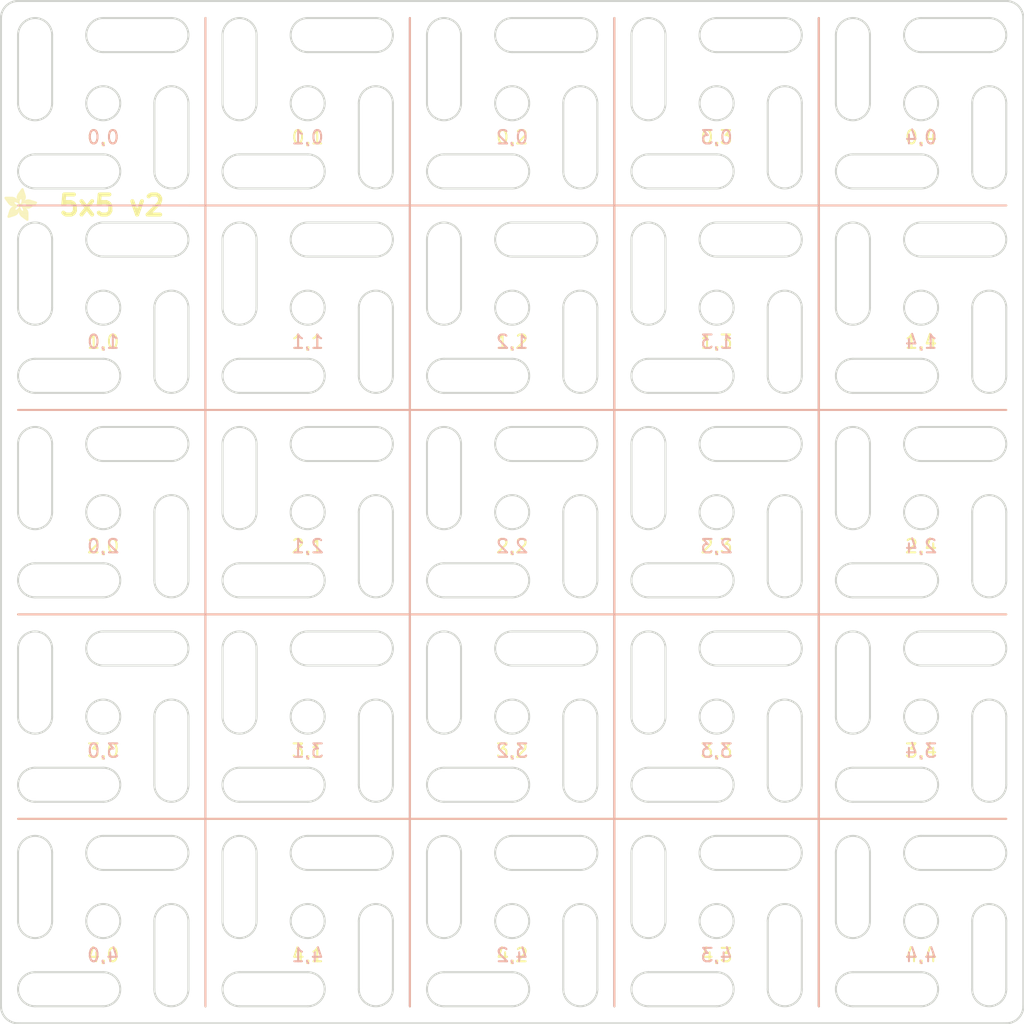
<source format=kicad_pcb>
(kicad_pcb (version 20221018) (generator pcbnew)
  (layers (0 "F.Cu" signal) (31 "B.Cu" signal) (34 "B.Paste" user) (35 "F.Paste" user) (36 "B.SilkS" user "B.Silkscreen") (37 "F.SilkS" user "F.Silkscreen") (38 "B.Mask" user) (39 "F.Mask" user) (44 "Edge.Cuts" user))
  (net 0 "")
  (footprint "ADAFRUIT_2.5MM" (layer "F.Cu") (at 25.654 41.783)
    (fp_text reference "U$4" hide)
    (fp_text value "" hide)
  )
  (gr_line (start 40.64 26.67) (end 40.64 100.33) (stroke (width 0.15)) (layer "F.Cu"))
  (gr_line (start 55.88 26.67) (end 55.88 100.33) (stroke (width 0.15)) (layer "F.Cu"))
  (gr_line (start 86.36 26.67) (end 86.36 100.33) (stroke (width 0.15)) (layer "F.Cu"))
  (gr_line (start 71.119999 26.67) (end 71.119999 100.33) (stroke (width 0.15)) (layer "F.Cu"))
  (gr_line (start 71.119999 26.67) (end 71.119999 100.33) (stroke (width 0.15)) (layer "B.Cu"))
  (gr_line (start 55.88 26.67) (end 55.88 100.33) (stroke (width 0.15)) (layer "B.Cu"))
  (gr_line (start 86.36 26.67) (end 86.36 100.33) (stroke (width 0.15)) (layer "B.Cu"))
  (gr_line (start 40.64 26.67) (end 40.64 100.33) (stroke (width 0.15)) (layer "B.Cu"))
  (gr_line (start 71.119999 26.67) (end 71.119999 100.33) (stroke (width 0.15)) (layer "B.SilkS"))
  (gr_line (start 55.88 26.67) (end 55.88 100.33) (stroke (width 0.15)) (layer "B.SilkS"))
  (gr_line (start 86.36 26.67) (end 86.36 100.33) (stroke (width 0.15)) (layer "B.SilkS"))
  (gr_line (start 40.64 26.67) (end 40.64 100.33) (stroke (width 0.15)) (layer "B.SilkS"))
  (gr_line (start 26.67 86.36) (end 100.33 86.36) (stroke (width 0.15)) (layer "B.SilkS"))
  (gr_line (start 26.67 55.88) (end 100.33 55.88) (stroke (width 0.15)) (layer "B.SilkS"))
  (gr_line (start 26.67 71.119999) (end 100.33 71.119999) (stroke (width 0.15)) (layer "B.SilkS"))
  (gr_line (start 26.67 40.64) (end 100.33 40.64) (stroke (width 0.15)) (layer "B.SilkS"))
  (gr_line (start 39.37 40.64) (end 100.33 40.64) (stroke (width 0.15)) (layer "F.SilkS"))
  (gr_line (start 26.67 55.88) (end 100.33 55.88) (stroke (width 0.15)) (layer "F.SilkS"))
  (gr_line (start 26.67 86.36) (end 100.33 86.36) (stroke (width 0.15)) (layer "F.SilkS"))
  (gr_line (start 86.36 26.67) (end 86.36 100.33) (stroke (width 0.15)) (layer "F.SilkS"))
  (gr_line (start 40.64 26.67) (end 40.64 100.33) (stroke (width 0.15)) (layer "F.SilkS"))
  (gr_line (start 71.119999 26.67) (end 71.119999 100.33) (stroke (width 0.15)) (layer "F.SilkS"))
  (gr_line (start 26.67 71.119999) (end 100.33 71.119999) (stroke (width 0.15)) (layer "F.SilkS"))
  (gr_line (start 55.88 26.67) (end 55.88 100.33) (stroke (width 0.15)) (layer "F.SilkS"))
  (gr_arc (start 73.66 54.61) (mid 72.39 53.34) (end 73.66 52.07) (stroke (width 0.15)) (layer "Edge.Cuts"))
  (gr_arc (start 36.83 48.26) (mid 38.1 46.99) (end 39.37 48.26) (stroke (width 0.15)) (layer "Edge.Cuts"))
  (gr_line (start 33.02 74.93) (end 38.1 74.93) (stroke (width 0.15)) (layer "Edge.Cuts"))
  (gr_line (start 78.74 90.17) (end 83.82 90.17) (stroke (width 0.15)) (layer "Edge.Cuts"))
  (gr_arc (start 88.9 39.37) (mid 87.63 38.1) (end 88.9 36.83) (stroke (width 0.15)) (layer "Edge.Cuts"))
  (gr_arc (start 53.34 72.39) (mid 54.61 73.66) (end 53.34 74.93) (stroke (width 0.15)) (layer "Edge.Cuts"))
  (gr_line (start 54.61 78.74) (end 54.61 83.82) (stroke (width 0.15)) (layer "Edge.Cuts"))
  (gr_line (start 67.31 33.02) (end 67.31 38.1) (stroke (width 0.15)) (layer "Edge.Cuts"))
  (gr_arc (start 33.02 29.21) (mid 31.75 27.94) (end 33.02 26.67) (stroke (width 0.15)) (layer "Edge.Cuts"))
  (gr_arc (start 93.98 97.79) (mid 95.25 99.06) (end 93.98 100.33) (stroke (width 0.15)) (layer "Edge.Cuts"))
  (gr_line (start 74.93 43.18) (end 74.93 48.26) (stroke (width 0.15)) (layer "Edge.Cuts"))
  (gr_line (start 88.9 82.55) (end 93.98 82.55) (stroke (width 0.15)) (layer "Edge.Cuts"))
  (gr_line (start 48.26 87.63) (end 53.34 87.63) (stroke (width 0.15)) (layer "Edge.Cuts"))
  (gr_line (start 48.26 74.93) (end 53.34 74.93) (stroke (width 0.15)) (layer "Edge.Cuts"))
  (gr_line (start 74.93 27.94) (end 74.93 33.02) (stroke (width 0.15)) (layer "Edge.Cuts"))
  (gr_line (start 97.79 93.98) (end 97.79 99.06) (stroke (width 0.15)) (layer "Edge.Cuts"))
  (gr_arc (start 63.5 82.55) (mid 64.77 83.82) (end 63.5 85.09) (stroke (width 0.15)) (layer "Edge.Cuts"))
  (gr_arc (start 78.74 31.75) (mid 78.74 34.29) (end 78.74 31.75) (stroke (width 0.15)) (layer "Edge.Cuts"))
  (gr_arc (start 27.94 100.33) (mid 26.67 99.06) (end 27.94 97.79) (stroke (width 0.15)) (layer "Edge.Cuts"))
  (gr_line (start 52.07 48.26) (end 52.07 53.34) (stroke (width 0.15)) (layer "Edge.Cuts"))
  (gr_line (start 90.17 43.18) (end 90.17 48.26) (stroke (width 0.15)) (layer "Edge.Cuts"))
  (gr_arc (start 58.42 69.85) (mid 57.15 68.58) (end 58.42 67.31) (stroke (width 0.15)) (layer "Edge.Cuts"))
  (gr_arc (start 58.42 100.33) (mid 57.15 99.06) (end 58.42 97.79) (stroke (width 0.15)) (layer "Edge.Cuts"))
  (gr_line (start 88.9 85.09) (end 93.98 85.09) (stroke (width 0.15)) (layer "Edge.Cuts"))
  (gr_arc (start 33.02 97.79) (mid 34.29 99.06) (end 33.02 100.33) (stroke (width 0.15)) (layer "Edge.Cuts"))
  (gr_line (start 63.5 90.17) (end 68.58 90.17) (stroke (width 0.15)) (layer "Edge.Cuts"))
  (gr_line (start 63.5 29.21) (end 68.58 29.21) (stroke (width 0.15)) (layer "Edge.Cuts"))
  (gr_line (start 101.6 26.67) (end 101.6 100.33) (stroke (width 0.15)) (layer "Edge.Cuts"))
  (gr_arc (start 73.66 69.85) (mid 72.39 68.58) (end 73.66 67.31) (stroke (width 0.15)) (layer "Edge.Cuts"))
  (gr_arc (start 87.63 27.94) (mid 88.9 26.67) (end 90.17 27.94) (stroke (width 0.15)) (layer "Edge.Cuts"))
  (gr_line (start 63.5 26.67) (end 68.58 26.67) (stroke (width 0.15)) (layer "Edge.Cuts"))
  (gr_arc (start 48.26 62.23) (mid 48.26 64.77) (end 48.26 62.23) (stroke (width 0.15)) (layer "Edge.Cuts"))
  (gr_line (start 88.9 39.37) (end 93.98 39.37) (stroke (width 0.15)) (layer "Edge.Cuts"))
  (gr_line (start 27.94 52.07) (end 33.02 52.07) (stroke (width 0.15)) (layer "Edge.Cuts"))
  (gr_arc (start 78.74 67.31) (mid 80.01 68.58) (end 78.74 69.85) (stroke (width 0.15)) (layer "Edge.Cuts"))
  (gr_arc (start 97.79 33.02) (mid 99.06 31.75) (end 100.33 33.02) (stroke (width 0.15)) (layer "Edge.Cuts"))
  (gr_arc (start 88.9 69.85) (mid 87.63 68.58) (end 88.9 67.31) (stroke (width 0.15)) (layer "Edge.Cuts"))
  (gr_line (start 27.94 67.31) (end 33.02 67.31) (stroke (width 0.15)) (layer "Edge.Cuts"))
  (gr_line (start 78.74 87.63) (end 83.82 87.63) (stroke (width 0.15)) (layer "Edge.Cuts"))
  (gr_arc (start 100.33 83.82) (mid 99.06 85.09) (end 97.79 83.82) (stroke (width 0.15)) (layer "Edge.Cuts"))
  (gr_arc (start 44.45 78.74) (mid 43.18 80.01) (end 41.91 78.74) (stroke (width 0.15)) (layer "Edge.Cuts"))
  (gr_line (start 97.79 33.02) (end 97.79 38.1) (stroke (width 0.15)) (layer "Edge.Cuts"))
  (gr_line (start 43.18 36.83) (end 48.26 36.83) (stroke (width 0.15)) (layer "Edge.Cuts"))
  (gr_arc (start 29.21 93.98) (mid 27.94 95.25) (end 26.67 93.98) (stroke (width 0.15)) (layer "Edge.Cuts"))
  (gr_arc (start 54.61 38.1) (mid 53.34 39.37) (end 52.07 38.1) (stroke (width 0.15)) (layer "Edge.Cuts"))
  (gr_line (start 63.5 87.63) (end 68.58 87.63) (stroke (width 0.15)) (layer "Edge.Cuts"))
  (gr_arc (start 26.67 58.42) (mid 27.94 57.15) (end 29.21 58.42) (stroke (width 0.15)) (layer "Edge.Cuts"))
  (gr_line (start 39.37 93.98) (end 39.37 99.06) (stroke (width 0.15)) (layer "Edge.Cuts"))
  (gr_arc (start 82.55 48.26) (mid 83.82 46.99) (end 85.09 48.26) (stroke (width 0.15)) (layer "Edge.Cuts"))
  (gr_arc (start 72.39 27.94) (mid 73.66 26.67) (end 74.93 27.94) (stroke (width 0.15)) (layer "Edge.Cuts"))
  (gr_arc (start 85.089999 68.58) (mid 83.82 69.849999) (end 82.550001 68.58) (stroke (width 0.15)) (layer "Edge.Cuts"))
  (gr_arc (start 78.74 90.17) (mid 77.47 88.9) (end 78.74 87.63) (stroke (width 0.15)) (layer "Edge.Cuts"))
  (gr_arc (start 99.06 26.67) (mid 100.33 27.94) (end 99.06 29.21) (stroke (width 0.15)) (layer "Edge.Cuts"))
  (gr_arc (start 43.18 54.61) (mid 41.91 53.34) (end 43.18 52.07) (stroke (width 0.15)) (layer "Edge.Cuts"))
  (gr_line (start 87.63 73.66) (end 87.63 78.74) (stroke (width 0.15)) (layer "Edge.Cuts"))
  (gr_arc (start 88.9 100.33) (mid 87.63 99.06) (end 88.9 97.79) (stroke (width 0.15)) (layer "Edge.Cuts"))
  (gr_line (start 59.69 73.66) (end 59.69 78.74) (stroke (width 0.15)) (layer "Edge.Cuts"))
  (gr_arc (start 63.5 46.989999) (mid 63.5 49.530001) (end 63.5 46.989999) (stroke (width 0.15)) (layer "Edge.Cuts"))
  (gr_line (start 25.4 26.67) (end 25.4 100.33) (stroke (width 0.15)) (layer "Edge.Cuts"))
  (gr_arc (start 63.5 59.69) (mid 62.23 58.42) (end 63.5 57.15) (stroke (width 0.15)) (layer "Edge.Cuts"))
  (gr_line (start 27.94 97.79) (end 33.02 97.79) (stroke (width 0.15)) (layer "Edge.Cuts"))
  (gr_arc (start 78.74 74.93) (mid 77.47 73.66) (end 78.74 72.39) (stroke (width 0.15)) (layer "Edge.Cuts"))
  (gr_line (start 78.74 57.15) (end 83.82 57.15) (stroke (width 0.15)) (layer "Edge.Cuts"))
  (gr_arc (start 43.18 39.37) (mid 41.91 38.1) (end 43.18 36.83) (stroke (width 0.15)) (layer "Edge.Cuts"))
  (gr_arc (start 26.67 73.66) (mid 27.94 72.39) (end 29.21 73.66) (stroke (width 0.15)) (layer "Edge.Cuts"))
  (gr_line (start 69.85 78.74) (end 69.85 83.82) (stroke (width 0.15)) (layer "Edge.Cuts"))
  (gr_arc (start 48.26 29.21) (mid 46.99 27.94) (end 48.26 26.67) (stroke (width 0.15)) (layer "Edge.Cuts"))
  (gr_arc (start 48.26 67.31) (mid 49.53 68.58) (end 48.26 69.85) (stroke (width 0.15)) (layer "Edge.Cuts"))
  (gr_line (start 48.26 29.21) (end 53.34 29.21) (stroke (width 0.15)) (layer "Edge.Cuts"))
  (gr_line (start 39.37 48.26) (end 39.37 53.34) (stroke (width 0.15)) (layer "Edge.Cuts"))
  (gr_line (start 85.09 93.98) (end 85.09 99.06) (stroke (width 0.15)) (layer "Edge.Cuts"))
  (gr_line (start 48.26 44.45) (end 53.34 44.45) (stroke (width 0.15)) (layer "Edge.Cuts"))
  (gr_line (start 29.21 58.42) (end 29.21 63.5) (stroke (width 0.15)) (layer "Edge.Cuts"))
  (gr_arc (start 74.93 93.98) (mid 73.66 95.25) (end 72.39 93.98) (stroke (width 0.15)) (layer "Edge.Cuts"))
  (gr_line (start 52.07 93.98) (end 52.07 99.06) (stroke (width 0.15)) (layer "Edge.Cuts"))
  (gr_line (start 78.74 44.45) (end 83.82 44.45) (stroke (width 0.15)) (layer "Edge.Cuts"))
  (gr_line (start 73.66 54.61) (end 78.74 54.61) (stroke (width 0.15)) (layer "Edge.Cuts"))
  (gr_arc (start 78.74 62.23) (mid 78.74 64.77) (end 78.74 62.23) (stroke (width 0.15)) (layer "Edge.Cuts"))
  (gr_arc (start 85.089999 38.1) (mid 83.82 39.369999) (end 82.550001 38.1) (stroke (width 0.15)) (layer "Edge.Cuts"))
  (gr_line (start 29.21 43.18) (end 29.21 48.26) (stroke (width 0.15)) (layer "Edge.Cuts"))
  (gr_arc (start 72.39 43.18) (mid 73.66 41.91) (end 74.93 43.18) (stroke (width 0.15)) (layer "Edge.Cuts"))
  (gr_arc (start 54.61 99.06) (mid 53.34 100.33) (end 52.07 99.06) (stroke (width 0.15)) (layer "Edge.Cuts"))
  (gr_arc (start 83.82 72.39) (mid 85.09 73.66) (end 83.82 74.93) (stroke (width 0.15)) (layer "Edge.Cuts"))
  (gr_arc (start 87.63 43.18) (mid 88.9 41.91) (end 90.17 43.18) (stroke (width 0.15)) (layer "Edge.Cuts"))
  (gr_arc (start 38.1 72.39) (mid 39.37 73.66) (end 38.1 74.93) (stroke (width 0.15)) (layer "Edge.Cuts"))
  (gr_arc (start 83.82 57.15) (mid 85.09 58.42) (end 83.82 59.69) (stroke (width 0.15)) (layer "Edge.Cuts"))
  (gr_line (start 73.66 97.79) (end 78.74 97.79) (stroke (width 0.15)) (layer "Edge.Cuts"))
  (gr_arc (start 78.74 36.83) (mid 80.01 38.1) (end 78.74 39.37) (stroke (width 0.15)) (layer "Edge.Cuts"))
  (gr_line (start 85.09 48.26) (end 85.09 53.34) (stroke (width 0.15)) (layer "Edge.Cuts"))
  (gr_arc (start 41.91 27.94) (mid 43.18 26.67) (end 44.45 27.94) (stroke (width 0.15)) (layer "Edge.Cuts"))
  (gr_arc (start 63.5 97.79) (mid 64.77 99.06) (end 63.5 100.33) (stroke (width 0.15)) (layer "Edge.Cuts"))
  (gr_line (start 33.02 41.91) (end 38.1 41.91) (stroke (width 0.15)) (layer "Edge.Cuts"))
  (gr_line (start 54.61 63.5) (end 54.61 68.58) (stroke (width 0.15)) (layer "Edge.Cuts"))
  (gr_line (start 26.67 58.42) (end 26.67 63.5) (stroke (width 0.15)) (layer "Edge.Cuts"))
  (gr_arc (start 36.83 93.98) (mid 38.1 92.71) (end 39.37 93.98) (stroke (width 0.15)) (layer "Edge.Cuts"))
  (gr_arc (start 68.58 41.91) (mid 69.85 43.18) (end 68.58 44.45) (stroke (width 0.15)) (layer "Edge.Cuts"))
  (gr_line (start 90.17 73.66) (end 90.17 78.74) (stroke (width 0.15)) (layer "Edge.Cuts"))
  (gr_arc (start 52.07 78.74) (mid 53.34 77.47) (end 54.61 78.74) (stroke (width 0.15)) (layer "Edge.Cuts"))
  (gr_line (start 41.91 27.94) (end 41.91 33.02) (stroke (width 0.15)) (layer "Edge.Cuts"))
  (gr_arc (start 52.07 33.02) (mid 53.34 31.75) (end 54.61 33.02) (stroke (width 0.15)) (layer "Edge.Cuts"))
  (gr_line (start 27.94 39.37) (end 33.02 39.37) (stroke (width 0.15)) (layer "Edge.Cuts"))
  (gr_line (start 85.09 33.02) (end 85.09 38.1) (stroke (width 0.15)) (layer "Edge.Cuts"))
  (gr_line (start 69.85 63.5) (end 69.85 68.58) (stroke (width 0.15)) (layer "Edge.Cuts"))
  (gr_line (start 93.98 90.17) (end 99.06 90.17) (stroke (width 0.15)) (layer "Edge.Cuts"))
  (gr_arc (start 33.02 77.47) (mid 33.02 80.01) (end 33.02 77.47) (stroke (width 0.15)) (layer "Edge.Cuts"))
  (gr_line (start 27.94 69.85) (end 33.02 69.85) (stroke (width 0.15)) (layer "Edge.Cuts"))
  (gr_line (start 93.98 59.69) (end 99.06 59.69) (stroke (width 0.15)) (layer "Edge.Cuts"))
  (gr_line (start 72.39 58.42) (end 72.39 63.5) (stroke (width 0.15)) (layer "Edge.Cuts"))
  (gr_line (start 43.18 82.55) (end 48.26 82.55) (stroke (width 0.15)) (layer "Edge.Cuts"))
  (gr_arc (start 87.63 58.42) (mid 88.9 57.15) (end 90.17 58.42) (stroke (width 0.15)) (layer "Edge.Cuts"))
  (gr_line (start 82.55 78.74) (end 82.55 83.82) (stroke (width 0.15)) (layer "Edge.Cuts"))
  (gr_arc (start 88.9 85.089999) (mid 87.630001 83.82) (end 88.9 82.550001) (stroke (width 0.15)) (layer "Edge.Cuts"))
  (gr_line (start 58.42 36.83) (end 63.5 36.83) (stroke (width 0.15)) (layer "Edge.Cuts"))
  (gr_line (start 74.93 73.66) (end 74.93 78.74) (stroke (width 0.15)) (layer "Edge.Cuts"))
  (gr_line (start 52.07 63.5) (end 52.07 68.58) (stroke (width 0.15)) (layer "Edge.Cuts"))
  (gr_line (start 59.69 88.9) (end 59.69 93.98) (stroke (width 0.15)) (layer "Edge.Cuts"))
  (gr_arc (start 93.98 74.93) (mid 92.71 73.66) (end 93.98 72.39) (stroke (width 0.15)) (layer "Edge.Cuts"))
  (gr_line (start 44.45 27.94) (end 44.45 33.02) (stroke (width 0.15)) (layer "Edge.Cuts"))
  (gr_line (start 36.83 48.26) (end 36.83 53.34) (stroke (width 0.15)) (layer "Edge.Cuts"))
  (gr_line (start 67.31 48.26) (end 67.31 53.34) (stroke (width 0.15)) (layer "Edge.Cuts"))
  (gr_arc (start 97.79 93.98) (mid 99.06 92.71) (end 100.33 93.98) (stroke (width 0.15)) (layer "Edge.Cuts"))
  (gr_arc (start 33.02 62.23) (mid 33.02 64.77) (end 33.02 62.23) (stroke (width 0.15)) (layer "Edge.Cuts"))
  (gr_line (start 44.45 73.66) (end 44.45 78.74) (stroke (width 0.15)) (layer "Edge.Cuts"))
  (gr_line (start 36.83 33.02) (end 36.83 38.1) (stroke (width 0.15)) (layer "Edge.Cuts"))
  (gr_line (start 58.42 69.85) (end 63.5 69.85) (stroke (width 0.15)) (layer "Edge.Cuts"))
  (gr_arc (start 33.02 82.55) (mid 34.29 83.82) (end 33.02 85.09) (stroke (width 0.15)) (layer "Edge.Cuts"))
  (gr_arc (start 43.18 100.33) (mid 41.91 99.06) (end 43.18 97.79) (stroke (width 0.15)) (layer "Edge.Cuts"))
  (gr_arc (start 33.02 74.93) (mid 31.75 73.66) (end 33.02 72.39) (stroke (width 0.15)) (layer "Edge.Cuts"))
  (gr_arc (start 69.85 68.58) (mid 68.58 69.85) (end 67.31 68.58) (stroke (width 0.15)) (layer "Edge.Cuts"))
  (gr_line (start 43.18 97.79) (end 48.26 97.79) (stroke (width 0.15)) (layer "Edge.Cuts"))
  (gr_line (start 74.93 88.9) (end 74.93 93.98) (stroke (width 0.15)) (layer "Edge.Cuts"))
  (gr_arc (start 78.74 97.79) (mid 80.01 99.06) (end 78.74 100.33) (stroke (width 0.15)) (layer "Edge.Cuts"))
  (gr_arc (start 29.21 48.26) (mid 27.94 49.53) (end 26.67 48.26) (stroke (width 0.15)) (layer "Edge.Cuts"))
  (gr_line (start 85.09 63.5) (end 85.09 68.58) (stroke (width 0.15)) (layer "Edge.Cuts"))
  (gr_arc (start 93.98 77.47) (mid 93.98 80.01) (end 93.98 77.47) (stroke (width 0.15)) (layer "Edge.Cuts"))
  (gr_arc (start 36.83 63.5) (mid 38.1 62.23) (end 39.37 63.5) (stroke (width 0.15)) (layer "Edge.Cuts"))
  (gr_line (start 90.17 88.9) (end 90.17 93.98) (stroke (width 0.15)) (layer "Edge.Cuts"))
  (gr_line (start 57.15 43.18) (end 57.15 48.26) (stroke (width 0.15)) (layer "Edge.Cuts"))
  (gr_arc (start 41.91 88.9) (mid 43.18 87.63) (end 44.45 88.9) (stroke (width 0.15)) (layer "Edge.Cuts"))
  (gr_line (start 58.42 100.33) (end 63.5 100.33) (stroke (width 0.15)) (layer "Edge.Cuts"))
  (gr_arc (start 63.5 36.83) (mid 64.77 38.1) (end 63.5 39.37) (stroke (width 0.15)) (layer "Edge.Cuts"))
  (gr_line (start 58.42 52.07) (end 63.5 52.07) (stroke (width 0.15)) (layer "Edge.Cuts"))
  (gr_arc (start 97.79 63.5) (mid 99.06 62.23) (end 100.33 63.5) (stroke (width 0.15)) (layer "Edge.Cuts"))
  (gr_arc (start 27.94 85.089999) (mid 26.670001 83.82) (end 27.94 82.550001) (stroke (width 0.15)) (layer "Edge.Cuts"))
  (gr_arc (start 33.02 67.31) (mid 34.29 68.58) (end 33.02 69.85) (stroke (width 0.15)) (layer "Edge.Cuts"))
  (gr_line (start 72.39 73.66) (end 72.39 78.74) (stroke (width 0.15)) (layer "Edge.Cuts"))
  (gr_arc (start 93.98 62.23) (mid 93.98 64.77) (end 93.98 62.23) (stroke (width 0.15)) (layer "Edge.Cuts"))
  (gr_line (start 90.17 27.94) (end 90.17 33.02) (stroke (width 0.15)) (layer "Edge.Cuts"))
  (gr_arc (start 53.34 57.15) (mid 54.61 58.42) (end 53.34 59.69) (stroke (width 0.15)) (layer "Edge.Cuts"))
  (gr_line (start 93.98 87.63) (end 99.06 87.63) (stroke (width 0.15)) (layer "Edge.Cuts"))
  (gr_line (start 97.79 63.5) (end 97.79 68.58) (stroke (width 0.15)) (layer "Edge.Cuts"))
  (gr_line (start 78.74 26.67) (end 83.82 26.67) (stroke (width 0.15)) (layer "Edge.Cuts"))
  (gr_arc (start 82.55 93.98) (mid 83.82 92.71) (end 85.09 93.98) (stroke (width 0.15)) (layer "Edge.Cuts"))
  (gr_line (start 43.18 67.31) (end 48.26 67.31) (stroke (width 0.15)) (layer "Edge.Cuts"))
  (gr_arc (start 63.5 67.31) (mid 64.77 68.58) (end 63.5 69.85) (stroke (width 0.15)) (layer "Edge.Cuts"))
  (gr_arc (start 93.98 92.71) (mid 93.98 95.25) (end 93.98 92.71) (stroke (width 0.15)) (layer "Edge.Cuts"))
  (gr_line (start 93.98 44.45) (end 99.06 44.45) (stroke (width 0.15)) (layer "Edge.Cuts"))
  (gr_arc (start 36.83 33.02) (mid 38.1 31.75) (end 39.37 33.02) (stroke (width 0.15)) (layer "Edge.Cuts"))
  (gr_arc (start 99.06 87.63) (mid 100.33 88.9) (end 99.06 90.17) (stroke (width 0.15)) (layer "Edge.Cuts"))
  (gr_line (start 43.18 39.37) (end 48.26 39.37) (stroke (width 0.15)) (layer "Edge.Cuts"))
  (gr_arc (start 48.26 46.989999) (mid 48.26 49.530001) (end 48.26 46.989999) (stroke (width 0.15)) (layer "Edge.Cuts"))
  (gr_arc (start 93.98 46.989999) (mid 93.98 49.530001) (end 93.98 46.989999) (stroke (width 0.15)) (layer "Edge.Cuts"))
  (gr_arc (start 48.26 97.79) (mid 49.53 99.06) (end 48.26 100.33) (stroke (width 0.15)) (layer "Edge.Cuts"))
  (gr_line (start 67.31 78.74) (end 67.31 83.82) (stroke (width 0.15)) (layer "Edge.Cuts"))
  (gr_arc (start 68.58 26.67) (mid 69.85 27.94) (end 68.58 29.21) (stroke (width 0.15)) (layer "Edge.Cuts"))
  (gr_arc (start 63.5 92.71) (mid 63.5 95.25) (end 63.5 92.71) (stroke (width 0.15)) (layer "Edge.Cuts"))
  (gr_arc (start 48.26 92.71) (mid 48.26 95.25) (end 48.26 92.71) (stroke (width 0.15)) (layer "Edge.Cuts"))
  (gr_line (start 54.61 33.02) (end 54.61 38.1) (stroke (width 0.15)) (layer "Edge.Cuts"))
  (gr_line (start 100.33 33.02) (end 100.33 38.1) (stroke (width 0.15)) (layer "Edge.Cuts"))
  (gr_arc (start 27.94 54.61) (mid 26.67 53.34) (end 27.94 52.07) (stroke (width 0.15)) (layer "Edge.Cuts"))
  (gr_arc (start 41.91 73.66) (mid 43.18 72.39) (end 44.45 73.66) (stroke (width 0.15)) (layer "Edge.Cuts"))
  (gr_line (start 36.83 93.98) (end 36.83 99.06) (stroke (width 0.15)) (layer "Edge.Cuts"))
  (gr_arc (start 83.82 87.63) (mid 85.09 88.9) (end 83.82 90.17) (stroke (width 0.15)) (layer "Edge.Cuts"))
  (gr_arc (start 48.26 82.55) (mid 49.53 83.82) (end 48.26 85.09) (stroke (width 0.15)) (layer "Edge.Cuts"))
  (gr_line (start 82.55 63.5) (end 82.55 68.58) (stroke (width 0.15)) (layer "Edge.Cuts"))
  (gr_arc (start 33.02 31.75) (mid 33.02 34.29) (end 33.02 31.75) (stroke (width 0.15)) (layer "Edge.Cuts"))
  (gr_arc (start 97.79 78.74) (mid 99.06 77.47) (end 100.33 78.74) (stroke (width 0.15)) (layer "Edge.Cuts"))
  (gr_arc (start 57.15 58.42) (mid 58.42 57.15) (end 59.69 58.42) (stroke (width 0.15)) (layer "Edge.Cuts"))
  (gr_line (start 52.07 78.74) (end 52.07 83.82) (stroke (width 0.15)) (layer "Edge.Cuts"))
  (gr_line (start 63.5 59.69) (end 68.58 59.69) (stroke (width 0.15)) (layer "Edge.Cuts"))
  (gr_arc (start 44.45 63.5) (mid 43.18 64.77) (end 41.91 63.5) (stroke (width 0.15)) (layer "Edge.Cuts"))
  (gr_line (start 88.9 100.33) (end 93.98 100.33) (stroke (width 0.15)) (layer "Edge.Cuts"))
  (gr_arc (start 63.5 29.21) (mid 62.23 27.94) (end 63.5 26.67) (stroke (width 0.15)) (layer "Edge.Cuts"))
  (gr_line (start 78.74 41.91) (end 83.82 41.91) (stroke (width 0.15)) (layer "Edge.Cuts"))
  (gr_arc (start 48.26 59.69) (mid 46.99 58.42) (end 48.26 57.15) (stroke (width 0.15)) (layer "Edge.Cuts"))
  (gr_arc (start 67.31 48.26) (mid 68.58 46.99) (end 69.85 48.26) (stroke (width 0.15)) (layer "Edge.Cuts"))
  (gr_arc (start 74.93 33.02) (mid 73.66 34.29) (end 72.39 33.02) (stroke (width 0.15)) (layer "Edge.Cuts"))
  (gr_arc (start 78.74 52.07) (mid 80.01 53.34) (end 78.74 54.61) (stroke (width 0.15)) (layer "Edge.Cuts"))
  (gr_line (start 73.66 100.33) (end 78.74 100.33) (stroke (width 0.15)) (layer "Edge.Cuts"))
  (gr_arc (start 69.85 99.06) (mid 68.58 100.33) (end 67.31 99.06) (stroke (width 0.15)) (layer "Edge.Cuts"))
  (gr_line (start 73.66 82.55) (end 78.74 82.55) (stroke (width 0.15)) (layer "Edge.Cuts"))
  (gr_arc (start 54.61 53.34) (mid 53.34 54.61) (end 52.07 53.34) (stroke (width 0.15)) (layer "Edge.Cuts"))
  (gr_arc (start 63.5 90.17) (mid 62.23 88.9) (end 63.5 87.63) (stroke (width 0.15)) (layer "Edge.Cuts"))
  (gr_arc (start 53.34 87.63) (mid 54.61 88.9) (end 53.34 90.17) (stroke (width 0.15)) (layer "Edge.Cuts"))
  (gr_arc (start 26.67 27.94) (mid 27.94 26.67) (end 29.21 27.94) (stroke (width 0.15)) (layer "Edge.Cuts"))
  (gr_line (start 93.98 74.93) (end 99.06 74.93) (stroke (width 0.15)) (layer "Edge.Cuts"))
  (gr_line (start 88.9 69.85) (end 93.98 69.85) (stroke (width 0.15)) (layer "Edge.Cuts"))
  (gr_arc (start 63.5 52.07) (mid 64.77 53.34) (end 63.5 54.61) (stroke (width 0.15)) (layer "Edge.Cuts"))
  (gr_arc (start 93.98 31.75) (mid 93.98 34.29) (end 93.98 31.75) (stroke (width 0.15)) (layer "Edge.Cuts"))
  (gr_line (start 36.83 78.74) (end 36.83 83.82) (stroke (width 0.15)) (layer "Edge.Cuts"))
  (gr_arc (start 39.37 38.1) (mid 38.1 39.37) (end 36.83 38.1) (stroke (width 0.15)) (layer "Edge.Cuts"))
  (gr_line (start 100.33 63.5) (end 100.33 68.58) (stroke (width 0.15)) (layer "Edge.Cuts"))
  (gr_line (start 41.91 58.42) (end 41.91 63.5) (stroke (width 0.15)) (layer "Edge.Cuts"))
  (gr_line (start 78.74 72.39) (end 83.82 72.39) (stroke (width 0.15)) (layer "Edge.Cuts"))
  (gr_line (start 29.21 73.66) (end 29.21 78.74) (stroke (width 0.15)) (layer "Edge.Cuts"))
  (gr_arc (start 69.85 53.34) (mid 68.58 54.61) (end 67.31 53.34) (stroke (width 0.15)) (layer "Edge.Cuts"))
  (gr_arc (start 93.98 90.17) (mid 92.71 88.9) (end 93.98 87.63) (stroke (width 0.15)) (layer "Edge.Cuts"))
  (gr_arc (start 69.85 38.1) (mid 68.58 39.37) (end 67.31 38.1) (stroke (width 0.15)) (layer "Edge.Cuts"))
  (gr_line (start 33.02 57.15) (end 38.1 57.15) (stroke (width 0.15)) (layer "Edge.Cuts"))
  (gr_arc (start 82.55 33.02) (mid 83.82 31.75) (end 85.09 33.02) (stroke (width 0.15)) (layer "Edge.Cuts"))
  (gr_line (start 41.91 43.18) (end 41.91 48.26) (stroke (width 0.15)) (layer "Edge.Cuts"))
  (gr_line (start 88.9 97.79) (end 93.98 97.79) (stroke (width 0.15)) (layer "Edge.Cuts"))
  (gr_arc (start 53.34 41.91) (mid 54.61 43.18) (end 53.34 44.45) (stroke (width 0.15)) (layer "Edge.Cuts"))
  (gr_arc (start 41.91 43.18) (mid 43.18 41.91) (end 44.45 43.18) (stroke (width 0.15)) (layer "Edge.Cuts"))
  (gr_line (start 67.31 93.98) (end 67.31 99.06) (stroke (width 0.15)) (layer "Edge.Cuts"))
  (gr_line (start 82.55 93.98) (end 82.55 99.06) (stroke (width 0.15)) (layer "Edge.Cuts"))
  (gr_arc (start 78.74 44.45) (mid 77.47 43.18) (end 78.74 41.91) (stroke (width 0.15)) (layer "Edge.Cuts"))
  (gr_line (start 100.33 93.98) (end 100.33 99.06) (stroke (width 0.15)) (layer "Edge.Cuts"))
  (gr_arc (start 90.17 93.98) (mid 88.9 95.25) (end 87.63 93.98) (stroke (width 0.15)) (layer "Edge.Cuts"))
  (gr_line (start 48.26 41.91) (end 53.34 41.91) (stroke (width 0.15)) (layer "Edge.Cuts"))
  (gr_arc (start 83.82 26.67) (mid 85.09 27.94) (end 83.82 29.21) (stroke (width 0.15)) (layer "Edge.Cuts"))
  (gr_arc (start 57.15 27.94) (mid 58.42 26.67) (end 59.69 27.94) (stroke (width 0.15)) (layer "Edge.Cuts"))
  (gr_arc (start 39.37 99.06) (mid 38.1 100.33) (end 36.83 99.06) (stroke (width 0.15)) (layer "Edge.Cuts"))
  (gr_arc (start 58.42 54.61) (mid 57.15 53.34) (end 58.42 52.07) (stroke (width 0.15)) (layer "Edge.Cuts"))
  (gr_arc (start 73.66 100.33) (mid 72.39 99.06) (end 73.66 97.79) (stroke (width 0.15)) (layer "Edge.Cuts"))
  (gr_arc (start 85.089999 83.82) (mid 83.82 85.089999) (end 82.550001 83.82) (stroke (width 0.15)) (layer "Edge.Cuts"))
  (gr_line (start 93.98 26.67) (end 99.06 26.67) (stroke (width 0.15)) (layer "Edge.Cuts"))
  (gr_arc (start 52.07 48.26) (mid 53.34 46.99) (end 54.61 48.26) (stroke (width 0.15)) (layer "Edge.Cuts"))
  (gr_arc (start 74.93 48.26) (mid 73.66 49.53) (end 72.39 48.26) (stroke (width 0.15)) (layer "Edge.Cuts"))
  (gr_arc (start 78.74 77.47) (mid 78.74 80.01) (end 78.74 77.47) (stroke (width 0.15)) (layer "Edge.Cuts"))
  (gr_arc (start 59.69 33.02) (mid 58.42 34.29) (end 57.15 33.02) (stroke (width 0.15)) (layer "Edge.Cuts"))
  (gr_line (start 29.21 88.9) (end 29.21 93.98) (stroke (width 0.15)) (layer "Edge.Cuts"))
  (gr_arc (start 26.67 43.18) (mid 27.94 41.91) (end 29.21 43.18) (stroke (width 0.15)) (layer "Edge.Cuts"))
  (gr_line (start 73.66 52.07) (end 78.74 52.07) (stroke (width 0.15)) (layer "Edge.Cuts"))
  (gr_arc (start 99.06 41.91) (mid 100.33 43.18) (end 99.06 44.45) (stroke (width 0.15)) (layer "Edge.Cuts"))
  (gr_line (start 87.63 58.42) (end 87.63 63.5) (stroke (width 0.15)) (layer "Edge.Cuts"))
  (gr_line (start 29.21 27.94) (end 29.21 33.02) (stroke (width 0.15)) (layer "Edge.Cuts"))
  (gr_arc (start 48.26 77.47) (mid 48.26 80.01) (end 48.26 77.47) (stroke (width 0.15)) (layer "Edge.Cuts"))
  (gr_arc (start 93.98 82.55) (mid 95.25 83.82) (end 93.98 85.09) (stroke (width 0.15)) (layer "Edge.Cuts"))
  (gr_line (start 63.5 74.93) (end 68.58 74.93) (stroke (width 0.15)) (layer "Edge.Cuts"))
  (gr_arc (start 100.33 68.58) (mid 99.06 69.85) (end 97.79 68.58) (stroke (width 0.15)) (layer "Edge.Cuts"))
  (gr_line (start 90.17 58.42) (end 90.17 63.5) (stroke (width 0.15)) (layer "Edge.Cuts"))
  (gr_arc (start 67.31 63.5) (mid 68.58 62.23) (end 69.85 63.5) (stroke (width 0.15)) (layer "Edge.Cuts"))
  (gr_line (start 26.67 43.18) (end 26.67 48.26) (stroke (width 0.15)) (layer "Edge.Cuts"))
  (gr_line (start 59.69 27.94) (end 59.69 33.02) (stroke (width 0.15)) (layer "Edge.Cuts"))
  (gr_arc (start 33.02 36.83) (mid 34.29 38.1) (end 33.02 39.37) (stroke (width 0.15)) (layer "Edge.Cuts"))
  (gr_arc (start 33.02 44.45) (mid 31.75 43.18) (end 33.02 41.91) (stroke (width 0.15)) (layer "Edge.Cuts"))
  (gr_arc (start 57.15 88.9) (mid 58.42 87.63) (end 59.69 88.9) (stroke (width 0.15)) (layer "Edge.Cuts"))
  (gr_line (start 26.67 25.4) (end 100.33 25.4) (stroke (width 0.15)) (layer "Edge.Cuts"))
  (gr_arc (start 33.02 46.989999) (mid 33.02 49.530001) (end 33.02 46.989999) (stroke (width 0.15)) (layer "Edge.Cuts"))
  (gr_arc (start 67.31 93.98) (mid 68.58 92.71) (end 69.85 93.98) (stroke (width 0.15)) (layer "Edge.Cuts"))
  (gr_line (start 26.67 27.94) (end 26.67 33.02) (stroke (width 0.15)) (layer "Edge.Cuts"))
  (gr_line (start 41.91 73.66) (end 41.91 78.74) (stroke (width 0.15)) (layer "Edge.Cuts"))
  (gr_line (start 59.69 43.18) (end 59.69 48.26) (stroke (width 0.15)) (layer "Edge.Cuts"))
  (gr_arc (start 52.07 93.98) (mid 53.34 92.71) (end 54.61 93.98) (stroke (width 0.15)) (layer "Edge.Cuts"))
  (gr_line (start 73.66 36.83) (end 78.74 36.83) (stroke (width 0.15)) (layer "Edge.Cuts"))
  (gr_arc (start 101.6 100.33) (mid 101.228026 101.228026) (end 100.33 101.6) (stroke (width 0.15)) (layer "Edge.Cuts"))
  (gr_line (start 93.98 29.21) (end 99.06 29.21) (stroke (width 0.15)) (layer "Edge.Cuts"))
  (gr_line (start 43.18 100.33) (end 48.26 100.33) (stroke (width 0.15)) (layer "Edge.Cuts"))
  (gr_arc (start 78.74 29.21) (mid 77.47 27.94) (end 78.74 26.67) (stroke (width 0.15)) (layer "Edge.Cuts"))
  (gr_line (start 72.39 88.9) (end 72.39 93.98) (stroke (width 0.15)) (layer "Edge.Cuts"))
  (gr_arc (start 57.15 73.66) (mid 58.42 72.39) (end 59.69 73.66) (stroke (width 0.15)) (layer "Edge.Cuts"))
  (gr_arc (start 48.26 74.93) (mid 46.99 73.66) (end 48.26 72.39) (stroke (width 0.15)) (layer "Edge.Cuts"))
  (gr_arc (start 93.98 29.21) (mid 92.71 27.94) (end 93.98 26.67) (stroke (width 0.15)) (layer "Edge.Cuts"))
  (gr_line (start 58.42 85.09) (end 63.5 85.09) (stroke (width 0.15)) (layer "Edge.Cuts"))
  (gr_arc (start 67.31 78.74) (mid 68.58 77.47) (end 69.85 78.74) (stroke (width 0.15)) (layer "Edge.Cuts"))
  (gr_arc (start 90.17 63.5) (mid 88.9 64.77) (end 87.63 63.5) (stroke (width 0.15)) (layer "Edge.Cuts"))
  (gr_line (start 63.5 72.39) (end 68.58 72.39) (stroke (width 0.15)) (layer "Edge.Cuts"))
  (gr_line (start 93.98 57.15) (end 99.06 57.15) (stroke (width 0.15)) (layer "Edge.Cuts"))
  (gr_arc (start 54.61 68.58) (mid 53.34 69.85) (end 52.07 68.58) (stroke (width 0.15)) (layer "Edge.Cuts"))
  (gr_line (start 69.85 33.02) (end 69.85 38.1) (stroke (width 0.15)) (layer "Edge.Cuts"))
  (gr_line (start 41.91 88.9) (end 41.91 93.98) (stroke (width 0.15)) (layer "Edge.Cuts"))
  (gr_arc (start 57.15 43.18) (mid 58.42 41.91) (end 59.69 43.18) (stroke (width 0.15)) (layer "Edge.Cuts"))
  (gr_arc (start 26.67 101.6) (mid 25.771974 101.228026) (end 25.4 100.33) (stroke (width 0.15)) (layer "Edge.Cuts"))
  (gr_line (start 33.02 26.67) (end 38.1 26.67) (stroke (width 0.15)) (layer "Edge.Cuts"))
  (gr_line (start 27.94 54.61) (end 33.02 54.61) (stroke (width 0.15)) (layer "Edge.Cuts"))
  (gr_line (start 58.42 39.37) (end 63.5 39.37) (stroke (width 0.15)) (layer "Edge.Cuts"))
  (gr_line (start 57.15 27.94) (end 57.15 33.02) (stroke (width 0.15)) (layer "Edge.Cuts"))
  (gr_arc (start 59.69 63.5) (mid 58.42 64.77) (end 57.15 63.5) (stroke (width 0.15)) (layer "Edge.Cuts"))
  (gr_arc (start 48.26 44.45) (mid 46.99 43.18) (end 48.26 41.91) (stroke (width 0.15)) (layer "Edge.Cuts"))
  (gr_line (start 58.42 97.79) (end 63.5 97.79) (stroke (width 0.15)) (layer "Edge.Cuts"))
  (gr_arc (start 48.26 90.17) (mid 46.99 88.9) (end 48.26 87.63) (stroke (width 0.15)) (layer "Edge.Cuts"))
  (gr_line (start 44.45 58.42) (end 44.45 63.5) (stroke (width 0.15)) (layer "Edge.Cuts"))
  (gr_line (start 87.63 27.94) (end 87.63 33.02) (stroke (width 0.15)) (layer "Edge.Cuts"))
  (gr_line (start 27.94 82.55) (end 33.02 82.55) (stroke (width 0.15)) (layer "Edge.Cuts"))
  (gr_line (start 93.98 41.91) (end 99.06 41.91) (stroke (width 0.15)) (layer "Edge.Cuts"))
  (gr_line (start 27.94 36.83) (end 33.02 36.83) (stroke (width 0.15)) (layer "Edge.Cuts"))
  (gr_arc (start 73.66 39.37) (mid 72.39 38.1) (end 73.66 36.83) (stroke (width 0.15)) (layer "Edge.Cuts"))
  (gr_line (start 33.02 87.63) (end 38.1 87.63) (stroke (width 0.15)) (layer "Edge.Cuts"))
  (gr_line (start 26.67 101.6) (end 100.33 101.6) (stroke (width 0.15)) (layer "Edge.Cuts"))
  (gr_arc (start 72.39 58.42) (mid 73.66 57.15) (end 74.93 58.42) (stroke (width 0.15)) (layer "Edge.Cuts"))
  (gr_line (start 48.26 72.39) (end 53.34 72.39) (stroke (width 0.15)) (layer "Edge.Cuts"))
  (gr_arc (start 83.82 41.91) (mid 85.09 43.18) (end 83.82 44.45) (stroke (width 0.15)) (layer "Edge.Cuts"))
  (gr_line (start 58.42 82.55) (end 63.5 82.55) (stroke (width 0.15)) (layer "Edge.Cuts"))
  (gr_arc (start 87.63 73.66) (mid 88.9 72.39) (end 90.17 73.66) (stroke (width 0.15)) (layer "Edge.Cuts"))
  (gr_arc (start 48.26 52.07) (mid 49.53 53.34) (end 48.26 54.61) (stroke (width 0.15)) (layer "Edge.Cuts"))
  (gr_line (start 88.9 54.61) (end 93.98 54.61) (stroke (width 0.15)) (layer "Edge.Cuts"))
  (gr_line (start 33.02 44.45) (end 38.1 44.45) (stroke (width 0.15)) (layer "Edge.Cuts"))
  (gr_arc (start 26.67 88.9) (mid 27.94 87.63) (end 29.21 88.9) (stroke (width 0.15)) (layer "Edge.Cuts"))
  (gr_arc (start 36.83 78.74) (mid 38.1 77.47) (end 39.37 78.74) (stroke (width 0.15)) (layer "Edge.Cuts"))
  (gr_line (start 27.94 85.09) (end 33.02 85.09) (stroke (width 0.15)) (layer "Edge.Cuts"))
  (gr_line (start 88.9 36.83) (end 93.98 36.83) (stroke (width 0.15)) (layer "Edge.Cuts"))
  (gr_line (start 36.83 63.5) (end 36.83 68.58) (stroke (width 0.15)) (layer "Edge.Cuts"))
  (gr_arc (start 63.5 44.45) (mid 62.23 43.18) (end 63.5 41.91) (stroke (width 0.15)) (layer "Edge.Cuts"))
  (gr_line (start 88.9 67.31) (end 93.98 67.31) (stroke (width 0.15)) (layer "Edge.Cuts"))
  (gr_arc (start 74.93 78.74) (mid 73.66 80.01) (end 72.39 78.74) (stroke (width 0.15)) (layer "Edge.Cuts"))
  (gr_arc (start 54.61 83.82) (mid 53.34 85.09) (end 52.07 83.82) (stroke (width 0.15)) (layer "Edge.Cuts"))
  (gr_line (start 48.26 26.67) (end 53.34 26.67) (stroke (width 0.15)) (layer "Edge.Cuts"))
  (gr_line (start 88.9 52.07) (end 93.98 52.07) (stroke (width 0.15)) (layer "Edge.Cuts"))
  (gr_arc (start 67.31 33.02) (mid 68.58 31.75) (end 69.85 33.02) (stroke (width 0.15)) (layer "Edge.Cuts"))
  (gr_arc (start 38.1 57.15) (mid 39.37 58.42) (end 38.1 59.69) (stroke (width 0.15)) (layer "Edge.Cuts"))
  (gr_line (start 100.33 78.74) (end 100.33 83.82) (stroke (width 0.15)) (layer "Edge.Cuts"))
  (gr_arc (start 25.4 26.67) (mid 25.771974 25.771974) (end 26.67 25.4) (stroke (width 0.15)) (layer "Edge.Cuts"))
  (gr_line (start 44.45 43.18) (end 44.45 48.26) (stroke (width 0.15)) (layer "Edge.Cuts"))
  (gr_line (start 78.74 29.21) (end 83.82 29.21) (stroke (width 0.15)) (layer "Edge.Cuts"))
  (gr_arc (start 33.02 52.07) (mid 34.29 53.34) (end 33.02 54.61) (stroke (width 0.15)) (layer "Edge.Cuts"))
  (gr_arc (start 74.93 63.5) (mid 73.66 64.77) (end 72.39 63.5) (stroke (width 0.15)) (layer "Edge.Cuts"))
  (gr_line (start 57.15 58.42) (end 57.15 63.5) (stroke (width 0.15)) (layer "Edge.Cuts"))
  (gr_arc (start 68.58 57.15) (mid 69.85 58.42) (end 68.58 59.69) (stroke (width 0.15)) (layer "Edge.Cuts"))
  (gr_arc (start 90.17 78.74) (mid 88.9 80.01) (end 87.63 78.74) (stroke (width 0.15)) (layer "Edge.Cuts"))
  (gr_line (start 33.02 90.17) (end 38.1 90.17) (stroke (width 0.15)) (layer "Edge.Cuts"))
  (gr_arc (start 53.34 26.67) (mid 54.61 27.94) (end 53.34 29.21) (stroke (width 0.15)) (layer "Edge.Cuts"))
  (gr_line (start 85.09 78.74) (end 85.09 83.82) (stroke (width 0.15)) (layer "Edge.Cuts"))
  (gr_line (start 73.66 69.85) (end 78.74 69.85) (stroke (width 0.15)) (layer "Edge.Cuts"))
  (gr_line (start 63.5 44.45) (end 68.58 44.45) (stroke (width 0.15)) (layer "Edge.Cuts"))
  (gr_arc (start 63.5 62.23) (mid 63.5 64.77) (end 63.5 62.23) (stroke (width 0.15)) (layer "Edge.Cuts"))
  (gr_arc (start 43.18 85.089999) (mid 41.910001 83.82) (end 43.18 82.550001) (stroke (width 0.15)) (layer "Edge.Cuts"))
  (gr_arc (start 90.17 48.26) (mid 88.9 49.53) (end 87.63 48.26) (stroke (width 0.15)) (layer "Edge.Cuts"))
  (gr_line (start 78.74 74.93) (end 83.82 74.93) (stroke (width 0.15)) (layer "Edge.Cuts"))
  (gr_arc (start 78.74 46.989999) (mid 78.74 49.530001) (end 78.74 46.989999) (stroke (width 0.15)) (layer "Edge.Cuts"))
  (gr_arc (start 44.45 93.98) (mid 43.18 95.25) (end 41.91 93.98) (stroke (width 0.15)) (layer "Edge.Cuts"))
  (gr_line (start 27.94 100.33) (end 33.02 100.33) (stroke (width 0.15)) (layer "Edge.Cuts"))
  (gr_line (start 26.67 73.66) (end 26.67 78.74) (stroke (width 0.15)) (layer "Edge.Cuts"))
  (gr_line (start 72.39 27.94) (end 72.39 33.02) (stroke (width 0.15)) (layer "Edge.Cuts"))
  (gr_arc (start 48.26 31.75) (mid 48.26 34.29) (end 48.26 31.75) (stroke (width 0.15)) (layer "Edge.Cuts"))
  (gr_arc (start 39.37 83.82) (mid 38.1 85.09) (end 36.83 83.82) (stroke (width 0.15)) (layer "Edge.Cuts"))
  (gr_line (start 93.98 72.39) (end 99.06 72.39) (stroke (width 0.15)) (layer "Edge.Cuts"))
  (gr_line (start 48.26 57.15) (end 53.34 57.15) (stroke (width 0.15)) (layer "Edge.Cuts"))
  (gr_line (start 97.79 48.26) (end 97.79 53.34) (stroke (width 0.15)) (layer "Edge.Cuts"))
  (gr_arc (start 72.39 88.9) (mid 73.66 87.63) (end 74.93 88.9) (stroke (width 0.15)) (layer "Edge.Cuts"))
  (gr_arc (start 59.69 93.98) (mid 58.42 95.25) (end 57.15 93.98) (stroke (width 0.15)) (layer "Edge.Cuts"))
  (gr_arc (start 93.98 67.31) (mid 95.25 68.58) (end 93.98 69.85) (stroke (width 0.15)) (layer "Edge.Cuts"))
  (gr_arc (start 27.94 39.37) (mid 26.67 38.1) (end 27.94 36.83) (stroke (width 0.15)) (layer "Edge.Cuts"))
  (gr_arc (start 29.21 63.5) (mid 27.94 64.77) (end 26.67 63.5) (stroke (width 0.15)) (layer "Edge.Cuts"))
  (gr_arc (start 63.5 31.75) (mid 63.5 34.29) (end 63.5 31.75) (stroke (width 0.15)) (layer "Edge.Cuts"))
  (gr_line (start 54.61 48.26) (end 54.61 53.34) (stroke (width 0.15)) (layer "Edge.Cuts"))
  (gr_arc (start 85.089999 99.06) (mid 83.82 100.329999) (end 82.550001 99.06) (stroke (width 0.15)) (layer "Edge.Cuts"))
  (gr_line (start 63.5 41.91) (end 68.58 41.91) (stroke (width 0.15)) (layer "Edge.Cuts"))
  (gr_line (start 58.42 67.31) (end 63.5 67.31) (stroke (width 0.15)) (layer "Edge.Cuts"))
  (gr_line (start 74.93 58.42) (end 74.93 63.5) (stroke (width 0.15)) (layer "Edge.Cuts"))
  (gr_arc (start 69.85 83.82) (mid 68.58 85.09) (end 67.31 83.82) (stroke (width 0.15)) (layer "Edge.Cuts"))
  (gr_line (start 78.74 59.69) (end 83.82 59.69) (stroke (width 0.15)) (layer "Edge.Cuts"))
  (gr_line (start 44.45 88.9) (end 44.45 93.98) (stroke (width 0.15)) (layer "Edge.Cuts"))
  (gr_line (start 39.37 63.5) (end 39.37 68.58) (stroke (width 0.15)) (layer "Edge.Cuts"))
  (gr_arc (start 100.33 53.34) (mid 99.06 54.61) (end 97.79 53.34) (stroke (width 0.15)) (layer "Edge.Cuts"))
  (gr_arc (start 78.74 82.55) (mid 80.01 83.82) (end 78.74 85.09) (stroke (width 0.15)) (layer "Edge.Cuts"))
  (gr_arc (start 100.33 25.4) (mid 101.228026 25.771974) (end 101.6 26.67) (stroke (width 0.15)) (layer "Edge.Cuts"))
  (gr_line (start 67.31 63.5) (end 67.31 68.58) (stroke (width 0.15)) (layer "Edge.Cuts"))
  (gr_line (start 52.07 33.02) (end 52.07 38.1) (stroke (width 0.15)) (layer "Edge.Cuts"))
  (gr_line (start 69.85 93.98) (end 69.85 99.06) (stroke (width 0.15)) (layer "Edge.Cuts"))
  (gr_arc (start 99.06 72.39) (mid 100.33 73.66) (end 99.06 74.93) (stroke (width 0.15)) (layer "Edge.Cuts"))
  (gr_arc (start 48.26 36.83) (mid 49.53 38.1) (end 48.26 39.37) (stroke (width 0.15)) (layer "Edge.Cuts"))
  (gr_line (start 48.26 90.17) (end 53.34 90.17) (stroke (width 0.15)) (layer "Edge.Cuts"))
  (gr_line (start 33.02 72.39) (end 38.1 72.39) (stroke (width 0.15)) (layer "Edge.Cuts"))
  (gr_arc (start 78.74 92.71) (mid 78.74 95.25) (end 78.74 92.71) (stroke (width 0.15)) (layer "Edge.Cuts"))
  (gr_line (start 39.37 33.02) (end 39.37 38.1) (stroke (width 0.15)) (layer "Edge.Cuts"))
  (gr_arc (start 39.37 53.34) (mid 38.1 54.61) (end 36.83 53.34) (stroke (width 0.15)) (layer "Edge.Cuts"))
  (gr_arc (start 59.69 48.26) (mid 58.42 49.53) (end 57.15 48.26) (stroke (width 0.15)) (layer "Edge.Cuts"))
  (gr_arc (start 29.21 78.74) (mid 27.94 80.01) (end 26.67 78.74) (stroke (width 0.15)) (layer "Edge.Cuts"))
  (gr_arc (start 33.02 90.17) (mid 31.75 88.9) (end 33.02 87.63) (stroke (width 0.15)) (layer "Edge.Cuts"))
  (gr_line (start 43.18 52.07) (end 48.26 52.07) (stroke (width 0.15)) (layer "Edge.Cuts"))
  (gr_arc (start 63.5 77.47) (mid 63.5 80.01) (end 63.5 77.47) (stroke (width 0.15)) (layer "Edge.Cuts"))
  (gr_arc (start 87.63 88.9) (mid 88.9 87.63) (end 90.17 88.9) (stroke (width 0.15)) (layer "Edge.Cuts"))
  (gr_arc (start 52.07 63.5) (mid 53.34 62.23) (end 54.61 63.5) (stroke (width 0.15)) (layer "Edge.Cuts"))
  (gr_arc (start 38.1 26.67) (mid 39.37 27.94) (end 38.1 29.21) (stroke (width 0.15)) (layer "Edge.Cuts"))
  (gr_line (start 69.85 48.26) (end 69.85 53.34) (stroke (width 0.15)) (layer "Edge.Cuts"))
  (gr_arc (start 44.45 33.02) (mid 43.18 34.29) (end 41.91 33.02) (stroke (width 0.15)) (layer "Edge.Cuts"))
  (gr_arc (start 78.74 59.69) (mid 77.47 58.42) (end 78.74 57.15) (stroke (width 0.15)) (layer "Edge.Cuts"))
  (gr_arc (start 90.17 33.02) (mid 88.9 34.29) (end 87.63 33.02) (stroke (width 0.15)) (layer "Edge.Cuts"))
  (gr_line (start 57.15 73.66) (end 57.15 78.74) (stroke (width 0.15)) (layer "Edge.Cuts"))
  (gr_line (start 43.18 85.09) (end 48.26 85.09) (stroke (width 0.15)) (layer "Edge.Cuts"))
  (gr_arc (start 39.37 68.58) (mid 38.1 69.85) (end 36.83 68.58) (stroke (width 0.15)) (layer "Edge.Cuts"))
  (gr_line (start 63.5 57.15) (end 68.58 57.15) (stroke (width 0.15)) (layer "Edge.Cuts"))
  (gr_arc (start 93.98 44.45) (mid 92.71 43.18) (end 93.98 41.91) (stroke (width 0.15)) (layer "Edge.Cuts"))
  (gr_arc (start 88.9 54.61) (mid 87.63 53.34) (end 88.9 52.07) (stroke (width 0.15)) (layer "Edge.Cuts"))
  (gr_line (start 43.18 69.85) (end 48.26 69.85) (stroke (width 0.15)) (layer "Edge.Cuts"))
  (gr_arc (start 68.58 72.39) (mid 69.85 73.66) (end 68.58 74.93) (stroke (width 0.15)) (layer "Edge.Cuts"))
  (gr_arc (start 63.5 74.93) (mid 62.23 73.66) (end 63.5 72.39) (stroke (width 0.15)) (layer "Edge.Cuts"))
  (gr_arc (start 68.58 87.63) (mid 69.85 88.9) (end 68.58 90.17) (stroke (width 0.15)) (layer "Edge.Cuts"))
  (gr_line (start 43.18 54.61) (end 48.26 54.61) (stroke (width 0.15)) (layer "Edge.Cuts"))
  (gr_arc (start 33.02 92.71) (mid 33.02 95.25) (end 33.02 92.71) (stroke (width 0.15)) (layer "Edge.Cuts"))
  (gr_arc (start 93.98 52.07) (mid 95.25 53.34) (end 93.98 54.61) (stroke (width 0.15)) (layer "Edge.Cuts"))
  (gr_arc (start 100.33 99.06) (mid 99.06 100.33) (end 97.79 99.06) (stroke (width 0.15)) (layer "Edge.Cuts"))
  (gr_line (start 72.39 43.18) (end 72.39 48.26) (stroke (width 0.15)) (layer "Edge.Cuts"))
  (gr_arc (start 41.91 58.42) (mid 43.18 57.15) (end 44.45 58.42) (stroke (width 0.15)) (layer "Edge.Cuts"))
  (gr_line (start 33.02 59.69) (end 38.1 59.69) (stroke (width 0.15)) (layer "Edge.Cuts"))
  (gr_line (start 100.33 48.26) (end 100.33 53.34) (stroke (width 0.15)) (layer "Edge.Cuts"))
  (gr_arc (start 43.18 69.85) (mid 41.91 68.58) (end 43.18 67.31) (stroke (width 0.15)) (layer "Edge.Cuts"))
  (gr_line (start 39.37 78.74) (end 39.37 83.82) (stroke (width 0.15)) (layer "Edge.Cuts"))
  (gr_arc (start 59.69 78.74) (mid 58.42 80.01) (end 57.15 78.74) (stroke (width 0.15)) (layer "Edge.Cuts"))
  (gr_arc (start 27.94 69.85) (mid 26.67 68.58) (end 27.94 67.31) (stroke (width 0.15)) (layer "Edge.Cuts"))
  (gr_arc (start 38.1 87.63) (mid 39.37 88.9) (end 38.1 90.17) (stroke (width 0.15)) (layer "Edge.Cuts"))
  (gr_arc (start 72.39 73.66) (mid 73.66 72.39) (end 74.93 73.66) (stroke (width 0.15)) (layer "Edge.Cuts"))
  (gr_arc (start 82.55 63.5) (mid 83.82 62.23) (end 85.09 63.5) (stroke (width 0.15)) (layer "Edge.Cuts"))
  (gr_line (start 59.69 58.42) (end 59.69 63.5) (stroke (width 0.15)) (layer "Edge.Cuts"))
  (gr_arc (start 38.1 41.91) (mid 39.37 43.18) (end 38.1 44.45) (stroke (width 0.15)) (layer "Edge.Cuts"))
  (gr_line (start 87.63 43.18) (end 87.63 48.26) (stroke (width 0.15)) (layer "Edge.Cuts"))
  (gr_arc (start 73.66 85.089999) (mid 72.390001 83.82) (end 73.66 82.550001) (stroke (width 0.15)) (layer "Edge.Cuts"))
  (gr_line (start 26.67 88.9) (end 26.67 93.98) (stroke (width 0.15)) (layer "Edge.Cuts"))
  (gr_line (start 48.26 59.69) (end 53.34 59.69) (stroke (width 0.15)) (layer "Edge.Cuts"))
  (gr_arc (start 99.06 57.15) (mid 100.33 58.42) (end 99.06 59.69) (stroke (width 0.15)) (layer "Edge.Cuts"))
  (gr_line (start 57.15 88.9) (end 57.15 93.98) (stroke (width 0.15)) (layer "Edge.Cuts"))
  (gr_arc (start 58.42 85.089999) (mid 57.150001 83.82) (end 58.42 82.550001) (stroke (width 0.15)) (layer "Edge.Cuts"))
  (gr_arc (start 93.98 59.69) (mid 92.71 58.42) (end 93.98 57.15) (stroke (width 0.15)) (layer "Edge.Cuts"))
  (gr_line (start 73.66 85.09) (end 78.74 85.09) (stroke (width 0.15)) (layer "Edge.Cuts"))
  (gr_line (start 73.66 67.31) (end 78.74 67.31) (stroke (width 0.15)) (layer "Edge.Cuts"))
  (gr_arc (start 93.98 36.83) (mid 95.25 38.1) (end 93.98 39.37) (stroke (width 0.15)) (layer "Edge.Cuts"))
  (gr_line (start 54.61 93.98) (end 54.61 99.06) (stroke (width 0.15)) (layer "Edge.Cuts"))
  (gr_arc (start 29.21 33.02) (mid 27.94 34.29) (end 26.67 33.02) (stroke (width 0.15)) (layer "Edge.Cuts"))
  (gr_line (start 58.42 54.61) (end 63.5 54.61) (stroke (width 0.15)) (layer "Edge.Cuts"))
  (gr_arc (start 85.089999 53.34) (mid 83.82 54.609999) (end 82.550001 53.34) (stroke (width 0.15)) (layer "Edge.Cuts"))
  (gr_arc (start 58.42 39.37) (mid 57.15 38.1) (end 58.42 36.83) (stroke (width 0.15)) (layer "Edge.Cuts"))
  (gr_arc (start 100.33 38.1) (mid 99.06 39.37) (end 97.79 38.1) (stroke (width 0.15)) (layer "Edge.Cuts"))
  (gr_line (start 33.02 29.21) (end 38.1 29.21) (stroke (width 0.15)) (layer "Edge.Cuts"))
  (gr_arc (start 33.02 59.69) (mid 31.75 58.42) (end 33.02 57.15) (stroke (width 0.15)) (layer "Edge.Cuts"))
  (gr_arc (start 97.79 48.26) (mid 99.06 46.99) (end 100.33 48.26) (stroke (width 0.15)) (layer "Edge.Cuts"))
  (gr_arc (start 44.45 48.26) (mid 43.18 49.53) (end 41.91 48.26) (stroke (width 0.15)) (layer "Edge.Cuts"))
  (gr_line (start 87.63 88.9) (end 87.63 93.98) (stroke (width 0.15)) (layer "Edge.Cuts"))
  (gr_line (start 82.55 33.02) (end 82.55 38.1) (stroke (width 0.15)) (layer "Edge.Cuts"))
  (gr_line (start 97.79 78.74) (end 97.79 83.82) (stroke (width 0.15)) (layer "Edge.Cuts"))
  (gr_line (start 82.55 48.26) (end 82.55 53.34) (stroke (width 0.15)) (layer "Edge.Cuts"))
  (gr_line (start 73.66 39.37) (end 78.74 39.37) (stroke (width 0.15)) (layer "Edge.Cuts"))
  (gr_arc (start 82.55 78.74) (mid 83.82 77.47) (end 85.09 78.74) (stroke (width 0.15)) (layer "Edge.Cuts"))
  (gr_text "3,3" (at 78.74 81.28) (layer "B.SilkS") (effects (font (size 1 1)) (justify mirror)))
  (gr_text "3,1" (at 48.26 81.28) (layer "B.SilkS") (effects (font (size 1 1)) (justify mirror)))
  (gr_text "3,0" (at 33.02 81.28) (layer "B.SilkS") (effects (font (size 1 1)) (justify mirror)))
  (gr_text "4,2" (at 63.5 96.52) (layer "B.SilkS") (effects (font (size 1 1)) (justify mirror)))
  (gr_text "1,3" (at 78.74 50.8) (layer "B.SilkS") (effects (font (size 1 1)) (justify mirror)))
  (gr_text "4,4" (at 93.98 96.52) (layer "B.SilkS") (effects (font (size 1 1)) (justify mirror)))
  (gr_text "0,2" (at 63.5 35.56) (layer "B.SilkS") (effects (font (size 1 1)) (justify mirror)))
  (gr_text "2,3" (at 78.74 66.04) (layer "B.SilkS") (effects (font (size 1 1)) (justify mirror)))
  (gr_text "1,2" (at 63.5 50.8) (layer "B.SilkS") (effects (font (size 1 1)) (justify mirror)))
  (gr_text "2,1" (at 48.26 66.04) (layer "B.SilkS") (effects (font (size 1 1)) (justify mirror)))
  (gr_text "3,4" (at 93.98 81.28) (layer "B.SilkS") (effects (font (size 1 1)) (justify mirror)))
  (gr_text "2,0" (at 33.02 66.04) (layer "B.SilkS") (effects (font (size 1 1)) (justify mirror)))
  (gr_text "3,2" (at 63.5 81.28) (layer "B.SilkS") (effects (font (size 1 1)) (justify mirror)))
  (gr_text "4,1" (at 48.26 96.52) (layer "B.SilkS") (effects (font (size 1 1)) (justify mirror)))
  (gr_text "2,4" (at 93.98 66.04) (layer "B.SilkS") (effects (font (size 1 1)) (justify mirror)))
  (gr_text "1,0" (at 33.02 50.8) (layer "B.SilkS") (effects (font (size 1 1)) (justify mirror)))
  (gr_text "0,3" (at 78.74 35.56) (layer "B.SilkS") (effects (font (size 1 1)) (justify mirror)))
  (gr_text "0,1" (at 48.26 35.56) (layer "B.SilkS") (effects (font (size 1 1)) (justify mirror)))
  (gr_text "1,1" (at 48.26 50.8) (layer "B.SilkS") (effects (font (size 1 1)) (justify mirror)))
  (gr_text "0,0" (at 33.02 35.56) (layer "B.SilkS") (effects (font (size 1 1)) (justify mirror)))
  (gr_text "4,0" (at 33.02 96.52) (layer "B.SilkS") (effects (font (size 1 1)) (justify mirror)))
  (gr_text "2,2" (at 63.5 66.04) (layer "B.SilkS") (effects (font (size 1 1)) (justify mirror)))
  (gr_text "1,4" (at 93.98 50.8) (layer "B.SilkS") (effects (font (size 1 1)) (justify mirror)))
  (gr_text "4,3" (at 78.74 96.52) (layer "B.SilkS") (effects (font (size 1 1)) (justify mirror)))
  (gr_text "0,4" (at 93.98 35.56) (layer "B.SilkS") (effects (font (size 1 1)) (justify mirror)))
  (gr_text "2,4" (at 93.98 66.04) (layer "F.SilkS") (effects (font (size 1 1))))
  (gr_text "0,3" (at 78.74 35.56) (layer "F.SilkS") (effects (font (size 1 1))))
  (gr_text "3,0" (at 33.02 81.28) (layer "F.SilkS") (effects (font (size 1 1))))
  (gr_text "3,2" (at 63.5 81.28) (layer "F.SilkS") (effects (font (size 1 1))))
  (gr_text "2,1" (at 48.26 66.04) (layer "F.SilkS") (effects (font (size 1 1))))
  (gr_text "0,1" (at 48.26 35.56) (layer "F.SilkS") (effects (font (size 1 1))))
  (gr_text "3,1" (at 48.26 81.28) (layer "F.SilkS") (effects (font (size 1 1))))
  (gr_text "2,2" (at 63.5 66.04) (layer "F.SilkS") (effects (font (size 1 1))))
  (gr_text "3,3" (at 78.74 81.28) (layer "F.SilkS") (effects (font (size 1 1))))
  (gr_text "1,1" (at 48.26 50.8) (layer "F.SilkS") (effects (font (size 1 1))))
  (gr_text "0,4" (at 93.98 35.56) (layer "F.SilkS") (effects (font (size 1 1))))
  (gr_text "1,4" (at 93.98 50.8) (layer "F.SilkS") (effects (font (size 1 1))))
  (gr_text "4,1" (at 48.26 96.52) (layer "F.SilkS") (effects (font (size 1 1))))
  (gr_text "4,3" (at 78.74 96.52) (layer "F.SilkS") (effects (font (size 1 1))))
  (gr_text "5x5 v2" (at 33.654999 40.64) (layer "F.SilkS") (effects (font (size 1.5 1.5) (thickness 0.3))))
  (gr_text "1,3" (at 78.74 50.8) (layer "F.SilkS") (effects (font (size 1 1))))
  (gr_text "0,2" (at 63.5 35.56) (layer "F.SilkS") (effects (font (size 1 1))))
  (gr_text "4,0" (at 33.02 96.52) (layer "F.SilkS") (effects (font (size 1 1))))
  (gr_text "2,3" (at 78.74 66.04) (layer "F.SilkS") (effects (font (size 1 1))))
  (gr_text "1,2" (at 63.5 50.8) (layer "F.SilkS") (effects (font (size 1 1))))
  (gr_text "2,0" (at 33.02 66.04) (layer "F.SilkS") (effects (font (size 1 1))))
  (gr_text "1,0" (at 33.02 50.8) (layer "F.SilkS") (effects (font (size 1 1))))
  (gr_text "4,2" (at 63.5 96.52) (layer "F.SilkS") (effects (font (size 1 1))))
  (gr_text "4,4" (at 93.98 96.52) (layer "F.SilkS") (effects (font (size 1 1))))
  (gr_text "3,4" (at 93.98 81.28) (layer "F.SilkS") (effects (font (size 1 1))))
  (gr_text "0,0" (at 33.02 35.56) (layer "F.SilkS") (effects (font (size 1 1))))
)
</source>
